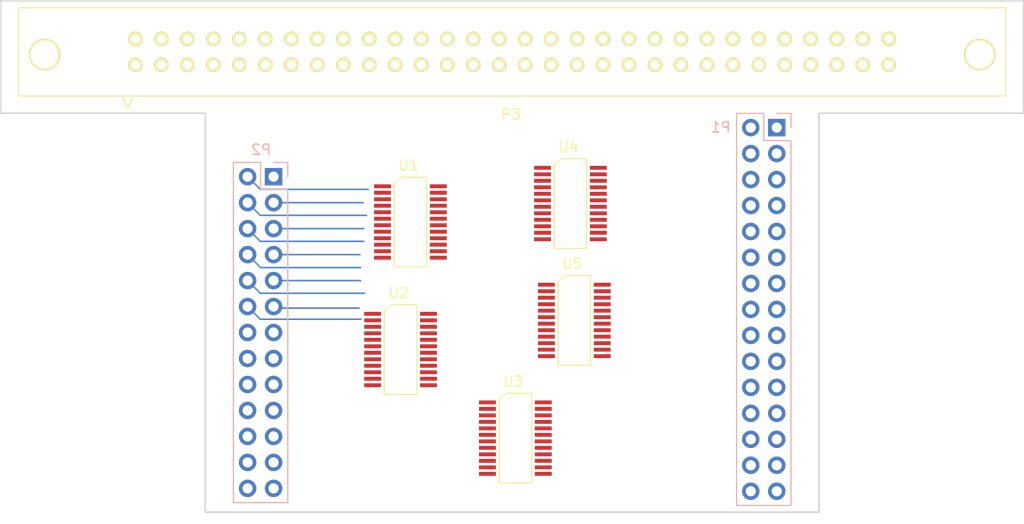
<source format=kicad_pcb>
(kicad_pcb (version 4) (host pcbnew 4.0.1-stable)

  (general
    (links 123)
    (no_connects 123)
    (area -50.075001 -19.075001 50.075001 20.075001)
    (thickness 1.6)
    (drawings 8)
    (tracks 23)
    (zones 0)
    (modules 8)
    (nets 109)
  )

  (page A4)
  (title_block
    (title "CSS118, Parking Meter PCB")
    (date 2016-07-25)
    (rev 7A)
    (company "Custom Silicon Solutions, Inc.")
  )

  (layers
    (0 F.Cu signal)
    (31 B.Cu signal)
    (32 B.Adhes user)
    (33 F.Adhes user)
    (34 B.Paste user)
    (35 F.Paste user)
    (36 B.SilkS user)
    (37 F.SilkS user)
    (38 B.Mask user)
    (39 F.Mask user)
    (40 Dwgs.User user)
    (41 Cmts.User user)
    (42 Eco1.User user)
    (43 Eco2.User user)
    (44 Edge.Cuts user)
    (45 Margin user)
    (46 B.CrtYd user)
    (47 F.CrtYd user)
    (48 B.Fab user)
    (49 F.Fab user)
  )

  (setup
    (last_trace_width 0.1524)
    (user_trace_width 0.1524)
    (user_trace_width 0.1778)
    (user_trace_width 0.254)
    (trace_clearance 0.1524)
    (zone_clearance 0.508)
    (zone_45_only no)
    (trace_min 0.1524)
    (segment_width 0.2)
    (edge_width 0.15)
    (via_size 0.6858)
    (via_drill 0.3302)
    (via_min_size 0.6858)
    (via_min_drill 0.3302)
    (user_via 0.6858 0.3302)
    (uvia_size 0.3)
    (uvia_drill 0.1)
    (uvias_allowed no)
    (uvia_min_size 0.2)
    (uvia_min_drill 0.1)
    (pcb_text_width 0.3)
    (pcb_text_size 1.5 1.5)
    (mod_edge_width 0.15)
    (mod_text_size 1 1)
    (mod_text_width 0.15)
    (pad_size 1.524 1.524)
    (pad_drill 0.762)
    (pad_to_mask_clearance 0.2)
    (aux_axis_origin 0 0)
    (visible_elements 7FFEF77F)
    (pcbplotparams
      (layerselection 0x010f0_80000001)
      (usegerberextensions true)
      (excludeedgelayer true)
      (linewidth 0.100000)
      (plotframeref false)
      (viasonmask false)
      (mode 1)
      (useauxorigin false)
      (hpglpennumber 1)
      (hpglpenspeed 20)
      (hpglpendiameter 15)
      (hpglpenoverlay 2)
      (psnegative false)
      (psa4output false)
      (plotreference true)
      (plotvalue true)
      (plotinvisibletext false)
      (padsonsilk false)
      (subtractmaskfromsilk false)
      (outputformat 1)
      (mirror false)
      (drillshape 0)
      (scaleselection 1)
      (outputdirectory project_outputs/))
  )

  (net 0 "")
  (net 1 /MID1)
  (net 2 /MID2)
  (net 3 /A1)
  (net 4 /A2)
  (net 5 /B1)
  (net 6 /B2)
  (net 7 /LED1)
  (net 8 GND)
  (net 9 /LED2)
  (net 10 /C1)
  (net 11 /C2)
  (net 12 /D1)
  (net 13 /D2)
  (net 14 /E1)
  (net 15 /E2)
  (net 16 /F1)
  (net 17 /F2)
  (net 18 /G1)
  (net 19 /G2)
  (net 20 /H1)
  (net 21 /H2)
  (net 22 /I1)
  (net 23 /I2)
  (net 24 /J1)
  (net 25 /J2)
  (net 26 /K1)
  (net 27 /K2)
  (net 28 /L1)
  (net 29 /L2)
  (net 30 /M1)
  (net 31 /M2)
  (net 32 /N1)
  (net 33 /N2)
  (net 34 /O1)
  (net 35 /O2)
  (net 36 /P1)
  (net 37 /P2)
  (net 38 /Q1)
  (net 39 /Q2)
  (net 40 /R1)
  (net 41 /R2)
  (net 42 /S1)
  (net 43 /S2)
  (net 44 /T1)
  (net 45 /T2)
  (net 46 /U1)
  (net 47 /U2)
  (net 48 /V1)
  (net 49 /V2)
  (net 50 /SDA)
  (net 51 /SCL)
  (net 52 /3V3)
  (net 53 "Net-(P2-Pad1)")
  (net 54 "Net-(P1-Pad1)")
  (net 55 "Net-(P2-Pad25)")
  (net 56 "Net-(P2-Pad26)")
  (net 57 /MID1_SW)
  (net 58 /MID2_SW)
  (net 59 /A1_SW)
  (net 60 /A2_SW)
  (net 61 /B1_SW)
  (net 62 /B2_SW)
  (net 63 /C1_SW)
  (net 64 /C2_SW)
  (net 65 /D1_SW)
  (net 66 /D2_SW)
  (net 67 /E1_SW)
  (net 68 /E2_SW)
  (net 69 /F1_SW)
  (net 70 /F2_SW)
  (net 71 /G1_SW)
  (net 72 /G2_SW)
  (net 73 /H1_SW)
  (net 74 /H2_SW)
  (net 75 /I1_SW)
  (net 76 /I2_SW)
  (net 77 /J1_SW)
  (net 78 /J2_SW)
  (net 79 /K1_SW)
  (net 80 /K2_SW)
  (net 81 /L1_SW)
  (net 82 /L2_SW)
  (net 83 /M1_SW)
  (net 84 /M2_SW)
  (net 85 /N1_SW)
  (net 86 /N2_SW)
  (net 87 /O1_SW)
  (net 88 /O2_SW)
  (net 89 /P1_SW)
  (net 90 /P2_SW)
  (net 91 /Q1_SW)
  (net 92 /Q2_SW)
  (net 93 /R1_SW)
  (net 94 /R2_SW)
  (net 95 /S1_SW)
  (net 96 /S2_SW)
  (net 97 /T1_SW)
  (net 98 /T2_SW)
  (net 99 /U1_SW)
  (net 100 /U2_SW)
  (net 101 /V1_SW)
  (net 102 /V2_SW)
  (net 103 /LED1_SW)
  (net 104 /LED2_SW)
  (net 105 /SDA_SW)
  (net 106 /SCL_SW)
  (net 107 /5V)
  (net 108 /CTL)

  (net_class Default "This is the default net class."
    (clearance 0.1524)
    (trace_width 0.1524)
    (via_dia 0.6858)
    (via_drill 0.3302)
    (uvia_dia 0.3)
    (uvia_drill 0.1)
    (add_net /3V3)
    (add_net /5V)
    (add_net /A1)
    (add_net /A1_SW)
    (add_net /A2)
    (add_net /A2_SW)
    (add_net /B1)
    (add_net /B1_SW)
    (add_net /B2)
    (add_net /B2_SW)
    (add_net /C1)
    (add_net /C1_SW)
    (add_net /C2)
    (add_net /C2_SW)
    (add_net /CTL)
    (add_net /D1)
    (add_net /D1_SW)
    (add_net /D2)
    (add_net /D2_SW)
    (add_net /E1)
    (add_net /E1_SW)
    (add_net /E2)
    (add_net /E2_SW)
    (add_net /F1)
    (add_net /F1_SW)
    (add_net /F2)
    (add_net /F2_SW)
    (add_net /G1)
    (add_net /G1_SW)
    (add_net /G2)
    (add_net /G2_SW)
    (add_net /H1)
    (add_net /H1_SW)
    (add_net /H2)
    (add_net /H2_SW)
    (add_net /I1)
    (add_net /I1_SW)
    (add_net /I2)
    (add_net /I2_SW)
    (add_net /J1)
    (add_net /J1_SW)
    (add_net /J2)
    (add_net /J2_SW)
    (add_net /K1)
    (add_net /K1_SW)
    (add_net /K2)
    (add_net /K2_SW)
    (add_net /L1)
    (add_net /L1_SW)
    (add_net /L2)
    (add_net /L2_SW)
    (add_net /LED1)
    (add_net /LED1_SW)
    (add_net /LED2)
    (add_net /LED2_SW)
    (add_net /M1)
    (add_net /M1_SW)
    (add_net /M2)
    (add_net /M2_SW)
    (add_net /MID1)
    (add_net /MID1_SW)
    (add_net /MID2)
    (add_net /MID2_SW)
    (add_net /N1)
    (add_net /N1_SW)
    (add_net /N2)
    (add_net /N2_SW)
    (add_net /O1)
    (add_net /O1_SW)
    (add_net /O2)
    (add_net /O2_SW)
    (add_net /P1)
    (add_net /P1_SW)
    (add_net /P2)
    (add_net /P2_SW)
    (add_net /Q1)
    (add_net /Q1_SW)
    (add_net /Q2)
    (add_net /Q2_SW)
    (add_net /R1)
    (add_net /R1_SW)
    (add_net /R2)
    (add_net /R2_SW)
    (add_net /S1)
    (add_net /S1_SW)
    (add_net /S2)
    (add_net /S2_SW)
    (add_net /SCL)
    (add_net /SCL_SW)
    (add_net /SDA)
    (add_net /SDA_SW)
    (add_net /T1)
    (add_net /T1_SW)
    (add_net /T2)
    (add_net /T2_SW)
    (add_net /U1)
    (add_net /U1_SW)
    (add_net /U2)
    (add_net /U2_SW)
    (add_net /V1)
    (add_net /V1_SW)
    (add_net /V2)
    (add_net /V2_SW)
    (add_net GND)
    (add_net "Net-(P1-Pad1)")
    (add_net "Net-(P2-Pad1)")
    (add_net "Net-(P2-Pad25)")
    (add_net "Net-(P2-Pad26)")
  )

  (module Pin_Header_Straight_2x15_Pitch2.54mm (layer B.Cu) (tedit 589A9CD3) (tstamp 588AEAED)
    (at 24.605 0.18 180)
    (descr "Through hole straight pin header, 2x15, 2.54mm pitch, double rows")
    (tags "Through hole pin header THT 2x15 2.54mm double row")
    (path /588CBED8)
    (fp_text reference P1 (at 4.2088 17.8076 180) (layer B.SilkS)
      (effects (font (size 1 1) (thickness 0.15)) (justify mirror))
    )
    (fp_text value CONN_02X15 (at 0 -20.17 180) (layer B.Fab)
      (effects (font (size 1 1) (thickness 0.15)) (justify mirror))
    )
    (fp_line (start -2.54 19.05) (end -2.54 -19.05) (layer B.Fab) (width 0.1))
    (fp_line (start -2.54 -19.05) (end 2.54 -19.05) (layer B.Fab) (width 0.1))
    (fp_line (start 2.54 -19.05) (end 2.54 19.05) (layer B.Fab) (width 0.1))
    (fp_line (start 2.54 19.05) (end -2.54 19.05) (layer B.Fab) (width 0.1))
    (fp_line (start -2.66 16.51) (end -2.66 -19.17) (layer B.SilkS) (width 0.12))
    (fp_line (start -2.66 -19.17) (end 2.66 -19.17) (layer B.SilkS) (width 0.12))
    (fp_line (start 2.66 -19.17) (end 2.66 19.17) (layer B.SilkS) (width 0.12))
    (fp_line (start 2.66 19.17) (end 0 19.17) (layer B.SilkS) (width 0.12))
    (fp_line (start 0 19.17) (end 0 16.51) (layer B.SilkS) (width 0.12))
    (fp_line (start 0 16.51) (end -2.66 16.51) (layer B.SilkS) (width 0.12))
    (fp_line (start -2.66 17.78) (end -2.66 19.17) (layer B.SilkS) (width 0.12))
    (fp_line (start -2.66 19.17) (end -1.27 19.17) (layer B.SilkS) (width 0.12))
    (fp_line (start -2.87 19.38) (end -2.87 -19.32) (layer B.CrtYd) (width 0.05))
    (fp_line (start -2.87 -19.32) (end 2.83 -19.32) (layer B.CrtYd) (width 0.05))
    (fp_line (start 2.83 -19.32) (end 2.83 19.38) (layer B.CrtYd) (width 0.05))
    (fp_line (start 2.83 19.38) (end -2.87 19.38) (layer B.CrtYd) (width 0.05))
    (pad 1 thru_hole rect (at -1.27 17.78 180) (size 1.7 1.7) (drill 1) (layers *.Cu *.Mask)
      (net 54 "Net-(P1-Pad1)"))
    (pad 2 thru_hole oval (at 1.27 17.78 180) (size 1.7 1.7) (drill 1) (layers *.Cu *.Mask)
      (net 2 /MID2))
    (pad 3 thru_hole oval (at -1.27 15.24 180) (size 1.7 1.7) (drill 1) (layers *.Cu *.Mask)
      (net 29 /L2))
    (pad 4 thru_hole oval (at 1.27 15.24 180) (size 1.7 1.7) (drill 1) (layers *.Cu *.Mask)
      (net 28 /L1))
    (pad 5 thru_hole oval (at -1.27 12.7 180) (size 1.7 1.7) (drill 1) (layers *.Cu *.Mask)
      (net 31 /M2))
    (pad 6 thru_hole oval (at 1.27 12.7 180) (size 1.7 1.7) (drill 1) (layers *.Cu *.Mask)
      (net 30 /M1))
    (pad 7 thru_hole oval (at -1.27 10.16 180) (size 1.7 1.7) (drill 1) (layers *.Cu *.Mask)
      (net 33 /N2))
    (pad 8 thru_hole oval (at 1.27 10.16 180) (size 1.7 1.7) (drill 1) (layers *.Cu *.Mask)
      (net 32 /N1))
    (pad 9 thru_hole oval (at -1.27 7.62 180) (size 1.7 1.7) (drill 1) (layers *.Cu *.Mask)
      (net 35 /O2))
    (pad 10 thru_hole oval (at 1.27 7.62 180) (size 1.7 1.7) (drill 1) (layers *.Cu *.Mask)
      (net 34 /O1))
    (pad 11 thru_hole oval (at -1.27 5.08 180) (size 1.7 1.7) (drill 1) (layers *.Cu *.Mask)
      (net 37 /P2))
    (pad 12 thru_hole oval (at 1.27 5.08 180) (size 1.7 1.7) (drill 1) (layers *.Cu *.Mask)
      (net 36 /P1))
    (pad 13 thru_hole oval (at -1.27 2.54 180) (size 1.7 1.7) (drill 1) (layers *.Cu *.Mask)
      (net 39 /Q2))
    (pad 14 thru_hole oval (at 1.27 2.54 180) (size 1.7 1.7) (drill 1) (layers *.Cu *.Mask)
      (net 38 /Q1))
    (pad 15 thru_hole oval (at -1.27 0 180) (size 1.7 1.7) (drill 1) (layers *.Cu *.Mask)
      (net 41 /R2))
    (pad 16 thru_hole oval (at 1.27 0 180) (size 1.7 1.7) (drill 1) (layers *.Cu *.Mask)
      (net 40 /R1))
    (pad 17 thru_hole oval (at -1.27 -2.54 180) (size 1.7 1.7) (drill 1) (layers *.Cu *.Mask)
      (net 43 /S2))
    (pad 18 thru_hole oval (at 1.27 -2.54 180) (size 1.7 1.7) (drill 1) (layers *.Cu *.Mask)
      (net 42 /S1))
    (pad 19 thru_hole oval (at -1.27 -5.08 180) (size 1.7 1.7) (drill 1) (layers *.Cu *.Mask)
      (net 45 /T2))
    (pad 20 thru_hole oval (at 1.27 -5.08 180) (size 1.7 1.7) (drill 1) (layers *.Cu *.Mask)
      (net 44 /T1))
    (pad 21 thru_hole oval (at -1.27 -7.62 180) (size 1.7 1.7) (drill 1) (layers *.Cu *.Mask)
      (net 47 /U2))
    (pad 22 thru_hole oval (at 1.27 -7.62 180) (size 1.7 1.7) (drill 1) (layers *.Cu *.Mask)
      (net 46 /U1))
    (pad 23 thru_hole oval (at -1.27 -10.16 180) (size 1.7 1.7) (drill 1) (layers *.Cu *.Mask)
      (net 49 /V2))
    (pad 24 thru_hole oval (at 1.27 -10.16 180) (size 1.7 1.7) (drill 1) (layers *.Cu *.Mask)
      (net 48 /V1))
    (pad 25 thru_hole oval (at -1.27 -12.7 180) (size 1.7 1.7) (drill 1) (layers *.Cu *.Mask)
      (net 9 /LED2))
    (pad 26 thru_hole oval (at 1.27 -12.7 180) (size 1.7 1.7) (drill 1) (layers *.Cu *.Mask)
      (net 52 /3V3))
    (pad 27 thru_hole oval (at -1.27 -15.24 180) (size 1.7 1.7) (drill 1) (layers *.Cu *.Mask)
      (net 50 /SDA))
    (pad 28 thru_hole oval (at 1.27 -15.24 180) (size 1.7 1.7) (drill 1) (layers *.Cu *.Mask)
      (net 7 /LED1))
    (pad 29 thru_hole oval (at -1.27 -17.78 180) (size 1.7 1.7) (drill 1) (layers *.Cu *.Mask)
      (net 8 GND))
    (pad 30 thru_hole oval (at 1.27 -17.78 180) (size 1.7 1.7) (drill 1) (layers *.Cu *.Mask)
      (net 51 /SCL))
    (model Pin_Headers.3dshapes/Pin_Header_Straight_2x15_Pitch2.54mm.wrl
      (at (xyz 0.05 -0.7 0))
      (scale (xyz 1 1 1))
      (rotate (xyz 0 0 90))
    )
  )

  (module footprints_on_Cdrive:Pin_Header_Straight_2x13_Pitch2.54mm (layer B.Cu) (tedit 589AA5E4) (tstamp 588AEB1B)
    (at -24.595 2.44 180)
    (descr "Through hole straight pin header, 2x13, 2.54mm pitch, double rows")
    (tags "Through hole pin header THT 2x13 2.54mm double row")
    (path /588CBEDF)
    (fp_text reference P2 (at -0.0586 17.8832 180) (layer B.SilkS)
      (effects (font (size 1 1) (thickness 0.15)) (justify mirror))
    )
    (fp_text value CONN_02X13 (at 0 -17.63 180) (layer B.Fab)
      (effects (font (size 1 1) (thickness 0.15)) (justify mirror))
    )
    (fp_line (start -2.54 16.51) (end -2.54 -16.51) (layer B.Fab) (width 0.1))
    (fp_line (start -2.54 -16.51) (end 2.54 -16.51) (layer B.Fab) (width 0.1))
    (fp_line (start 2.54 -16.51) (end 2.54 16.51) (layer B.Fab) (width 0.1))
    (fp_line (start 2.54 16.51) (end -2.54 16.51) (layer B.Fab) (width 0.1))
    (fp_line (start -2.66 13.97) (end -2.66 -16.63) (layer B.SilkS) (width 0.12))
    (fp_line (start -2.66 -16.63) (end 2.66 -16.63) (layer B.SilkS) (width 0.12))
    (fp_line (start 2.66 -16.63) (end 2.66 16.63) (layer B.SilkS) (width 0.12))
    (fp_line (start 2.66 16.63) (end 0 16.63) (layer B.SilkS) (width 0.12))
    (fp_line (start 0 16.63) (end 0 13.97) (layer B.SilkS) (width 0.12))
    (fp_line (start 0 13.97) (end -2.66 13.97) (layer B.SilkS) (width 0.12))
    (fp_line (start -2.66 15.24) (end -2.66 16.63) (layer B.SilkS) (width 0.12))
    (fp_line (start -2.66 16.63) (end -1.27 16.63) (layer B.SilkS) (width 0.12))
    (fp_line (start -2.87 16.84) (end -2.87 -16.76) (layer B.CrtYd) (width 0.05))
    (fp_line (start -2.87 -16.76) (end 2.83 -16.76) (layer B.CrtYd) (width 0.05))
    (fp_line (start 2.83 -16.76) (end 2.83 16.84) (layer B.CrtYd) (width 0.05))
    (fp_line (start 2.83 16.84) (end -2.87 16.84) (layer B.CrtYd) (width 0.05))
    (pad 1 thru_hole rect (at -1.27 15.24 180) (size 1.7 1.7) (drill 1) (layers *.Cu *.Mask)
      (net 53 "Net-(P2-Pad1)"))
    (pad 2 thru_hole oval (at 1.27 15.24 180) (size 1.7 1.7) (drill 1) (layers *.Cu *.Mask)
      (net 1 /MID1))
    (pad 3 thru_hole oval (at -1.27 12.7 180) (size 1.7 1.7) (drill 1) (layers *.Cu *.Mask)
      (net 4 /A2))
    (pad 4 thru_hole oval (at 1.27 12.7 180) (size 1.7 1.7) (drill 1) (layers *.Cu *.Mask)
      (net 3 /A1))
    (pad 5 thru_hole oval (at -1.27 10.16 180) (size 1.7 1.7) (drill 1) (layers *.Cu *.Mask)
      (net 6 /B2))
    (pad 6 thru_hole oval (at 1.27 10.16 180) (size 1.7 1.7) (drill 1) (layers *.Cu *.Mask)
      (net 5 /B1))
    (pad 7 thru_hole oval (at -1.27 7.62 180) (size 1.7 1.7) (drill 1) (layers *.Cu *.Mask)
      (net 11 /C2))
    (pad 8 thru_hole oval (at 1.27 7.62 180) (size 1.7 1.7) (drill 1) (layers *.Cu *.Mask)
      (net 10 /C1))
    (pad 9 thru_hole oval (at -1.27 5.08 180) (size 1.7 1.7) (drill 1) (layers *.Cu *.Mask)
      (net 13 /D2))
    (pad 10 thru_hole oval (at 1.27 5.08 180) (size 1.7 1.7) (drill 1) (layers *.Cu *.Mask)
      (net 12 /D1))
    (pad 11 thru_hole oval (at -1.27 2.54 180) (size 1.7 1.7) (drill 1) (layers *.Cu *.Mask)
      (net 15 /E2))
    (pad 12 thru_hole oval (at 1.27 2.54 180) (size 1.7 1.7) (drill 1) (layers *.Cu *.Mask)
      (net 14 /E1))
    (pad 13 thru_hole oval (at -1.27 0 180) (size 1.7 1.7) (drill 1) (layers *.Cu *.Mask)
      (net 17 /F2))
    (pad 14 thru_hole oval (at 1.27 0 180) (size 1.7 1.7) (drill 1) (layers *.Cu *.Mask)
      (net 16 /F1))
    (pad 15 thru_hole oval (at -1.27 -2.54 180) (size 1.7 1.7) (drill 1) (layers *.Cu *.Mask)
      (net 19 /G2))
    (pad 16 thru_hole oval (at 1.27 -2.54 180) (size 1.7 1.7) (drill 1) (layers *.Cu *.Mask)
      (net 18 /G1))
    (pad 17 thru_hole oval (at -1.27 -5.08 180) (size 1.7 1.7) (drill 1) (layers *.Cu *.Mask)
      (net 21 /H2))
    (pad 18 thru_hole oval (at 1.27 -5.08 180) (size 1.7 1.7) (drill 1) (layers *.Cu *.Mask)
      (net 20 /H1))
    (pad 19 thru_hole oval (at -1.27 -7.62 180) (size 1.7 1.7) (drill 1) (layers *.Cu *.Mask)
      (net 23 /I2))
    (pad 20 thru_hole oval (at 1.27 -7.62 180) (size 1.7 1.7) (drill 1) (layers *.Cu *.Mask)
      (net 22 /I1))
    (pad 21 thru_hole oval (at -1.27 -10.16 180) (size 1.7 1.7) (drill 1) (layers *.Cu *.Mask)
      (net 25 /J2))
    (pad 22 thru_hole oval (at 1.27 -10.16 180) (size 1.7 1.7) (drill 1) (layers *.Cu *.Mask)
      (net 24 /J1))
    (pad 23 thru_hole oval (at -1.27 -12.7 180) (size 1.7 1.7) (drill 1) (layers *.Cu *.Mask)
      (net 27 /K2))
    (pad 24 thru_hole oval (at 1.27 -12.7 180) (size 1.7 1.7) (drill 1) (layers *.Cu *.Mask)
      (net 26 /K1))
    (pad 25 thru_hole oval (at -1.27 -15.24 180) (size 1.7 1.7) (drill 1) (layers *.Cu *.Mask)
      (net 55 "Net-(P2-Pad25)"))
    (pad 26 thru_hole oval (at 1.27 -15.24 180) (size 1.7 1.7) (drill 1) (layers *.Cu *.Mask)
      (net 56 "Net-(P2-Pad26)"))
    (model Pin_Headers.3dshapes/Pin_Header_Straight_2x13_Pitch2.54mm.wrl
      (at (xyz 0.05 -0.6 0))
      (scale (xyz 1 1 1))
      (rotate (xyz 0 0 90))
    )
  )

  (module footprints_on_Cdrive:HDR_2x30_F_latch (layer F.Cu) (tedit 589A9C3C) (tstamp 589BF933)
    (at 0 -25)
    (path /589B12C3)
    (fp_text reference P3 (at -0.1016 6.1024) (layer F.SilkS)
      (effects (font (size 1 1) (thickness 0.15)))
    )
    (fp_text value CONN_02X30 (at 0.508 8.89) (layer F.Fab)
      (effects (font (size 1 1) (thickness 0.15)))
    )
    (fp_line (start -38.1 4.318) (end -37.592 5.588) (layer F.SilkS) (width 0.12))
    (fp_line (start -37.592 5.588) (end -37.084 4.318) (layer F.SilkS) (width 0.12))
    (fp_line (start -48.26 0) (end -48.26 -4.318) (layer F.SilkS) (width 0.12))
    (fp_line (start -48.26 -4.318) (end 48.26 -4.318) (layer F.SilkS) (width 0.12))
    (fp_line (start 48.26 -4.318) (end 48.26 4.318) (layer F.SilkS) (width 0.12))
    (fp_line (start 48.26 4.318) (end -48.26 4.318) (layer F.SilkS) (width 0.12))
    (fp_line (start -48.26 4.318) (end -48.26 0) (layer F.SilkS) (width 0.12))
    (pad 1 thru_hole circle (at -36.83 1.27) (size 1.397 1.397) (drill 0.889) (layers *.Cu *.Mask F.SilkS)
      (net 57 /MID1_SW))
    (pad 2 thru_hole circle (at -36.83 -1.27) (size 1.397 1.397) (drill 0.889) (layers *.Cu *.Mask F.SilkS)
      (net 58 /MID2_SW))
    (pad 3 thru_hole circle (at -34.29 1.27) (size 1.397 1.397) (drill 0.889) (layers *.Cu *.Mask F.SilkS)
      (net 59 /A1_SW))
    (pad 4 thru_hole circle (at -34.29 -1.27) (size 1.397 1.397) (drill 0.889) (layers *.Cu *.Mask F.SilkS)
      (net 60 /A2_SW))
    (pad 5 thru_hole circle (at -31.75 1.27) (size 1.397 1.397) (drill 0.889) (layers *.Cu *.Mask F.SilkS)
      (net 61 /B1_SW))
    (pad 6 thru_hole circle (at -31.75 -1.27) (size 1.397 1.397) (drill 0.889) (layers *.Cu *.Mask F.SilkS)
      (net 62 /B2_SW))
    (pad 7 thru_hole circle (at -29.21 1.27) (size 1.397 1.397) (drill 0.889) (layers *.Cu *.Mask F.SilkS)
      (net 63 /C1_SW))
    (pad 8 thru_hole circle (at -29.21 -1.27) (size 1.397 1.397) (drill 0.889) (layers *.Cu *.Mask F.SilkS)
      (net 64 /C2_SW))
    (pad 9 thru_hole circle (at -26.67 1.27) (size 1.397 1.397) (drill 0.889) (layers *.Cu *.Mask F.SilkS)
      (net 65 /D1_SW))
    (pad 10 thru_hole circle (at -26.67 -1.27) (size 1.397 1.397) (drill 0.889) (layers *.Cu *.Mask F.SilkS)
      (net 66 /D2_SW))
    (pad 11 thru_hole circle (at -24.13 1.27) (size 1.397 1.397) (drill 0.889) (layers *.Cu *.Mask F.SilkS)
      (net 67 /E1_SW))
    (pad 12 thru_hole circle (at -24.13 -1.27) (size 1.397 1.397) (drill 0.889) (layers *.Cu *.Mask F.SilkS)
      (net 68 /E2_SW))
    (pad 13 thru_hole circle (at -21.59 1.27) (size 1.397 1.397) (drill 0.889) (layers *.Cu *.Mask F.SilkS)
      (net 69 /F1_SW))
    (pad 14 thru_hole circle (at -21.59 -1.27) (size 1.397 1.397) (drill 0.889) (layers *.Cu *.Mask F.SilkS)
      (net 70 /F2_SW))
    (pad 15 thru_hole circle (at -19.05 1.27) (size 1.397 1.397) (drill 0.889) (layers *.Cu *.Mask F.SilkS)
      (net 71 /G1_SW))
    (pad 16 thru_hole circle (at -19.05 -1.27) (size 1.397 1.397) (drill 0.889) (layers *.Cu *.Mask F.SilkS)
      (net 72 /G2_SW))
    (pad 17 thru_hole circle (at -16.51 1.27) (size 1.397 1.397) (drill 0.889) (layers *.Cu *.Mask F.SilkS)
      (net 73 /H1_SW))
    (pad 18 thru_hole circle (at -16.51 -1.27) (size 1.397 1.397) (drill 0.889) (layers *.Cu *.Mask F.SilkS)
      (net 74 /H2_SW))
    (pad 19 thru_hole circle (at -13.97 1.27) (size 1.397 1.397) (drill 0.889) (layers *.Cu *.Mask F.SilkS)
      (net 75 /I1_SW))
    (pad 20 thru_hole circle (at -13.97 -1.27) (size 1.397 1.397) (drill 0.889) (layers *.Cu *.Mask F.SilkS)
      (net 76 /I2_SW))
    (pad 21 thru_hole circle (at -11.43 1.27) (size 1.397 1.397) (drill 0.889) (layers *.Cu *.Mask F.SilkS)
      (net 77 /J1_SW))
    (pad 22 thru_hole circle (at -11.43 -1.27) (size 1.397 1.397) (drill 0.889) (layers *.Cu *.Mask F.SilkS)
      (net 78 /J2_SW))
    (pad 23 thru_hole circle (at -8.89 1.27) (size 1.397 1.397) (drill 0.889) (layers *.Cu *.Mask F.SilkS)
      (net 79 /K1_SW))
    (pad 24 thru_hole circle (at -8.89 -1.27) (size 1.397 1.397) (drill 0.889) (layers *.Cu *.Mask F.SilkS)
      (net 80 /K2_SW))
    (pad 25 thru_hole circle (at -6.35 1.27) (size 1.397 1.397) (drill 0.889) (layers *.Cu *.Mask F.SilkS)
      (net 81 /L1_SW))
    (pad 26 thru_hole circle (at -6.35 -1.27) (size 1.397 1.397) (drill 0.889) (layers *.Cu *.Mask F.SilkS)
      (net 82 /L2_SW))
    (pad 27 thru_hole circle (at -3.81 1.27) (size 1.397 1.397) (drill 0.889) (layers *.Cu *.Mask F.SilkS)
      (net 83 /M1_SW))
    (pad 28 thru_hole circle (at -3.81 -1.27) (size 1.397 1.397) (drill 0.889) (layers *.Cu *.Mask F.SilkS)
      (net 84 /M2_SW))
    (pad 29 thru_hole circle (at -1.27 1.27) (size 1.397 1.397) (drill 0.889) (layers *.Cu *.Mask F.SilkS)
      (net 85 /N1_SW))
    (pad 30 thru_hole circle (at -1.27 -1.27) (size 1.397 1.397) (drill 0.889) (layers *.Cu *.Mask F.SilkS)
      (net 86 /N2_SW))
    (pad 31 thru_hole circle (at 1.27 1.27) (size 1.397 1.397) (drill 0.889) (layers *.Cu *.Mask F.SilkS)
      (net 87 /O1_SW))
    (pad 32 thru_hole circle (at 1.27 -1.27) (size 1.397 1.397) (drill 0.889) (layers *.Cu *.Mask F.SilkS)
      (net 88 /O2_SW))
    (pad 33 thru_hole circle (at 3.81 1.27) (size 1.397 1.397) (drill 0.889) (layers *.Cu *.Mask F.SilkS)
      (net 89 /P1_SW))
    (pad 34 thru_hole circle (at 3.81 -1.27) (size 1.397 1.397) (drill 0.889) (layers *.Cu *.Mask F.SilkS)
      (net 90 /P2_SW))
    (pad 35 thru_hole circle (at 6.35 1.27) (size 1.397 1.397) (drill 0.889) (layers *.Cu *.Mask F.SilkS)
      (net 91 /Q1_SW))
    (pad 36 thru_hole circle (at 6.35 -1.27) (size 1.397 1.397) (drill 0.889) (layers *.Cu *.Mask F.SilkS)
      (net 92 /Q2_SW))
    (pad 37 thru_hole circle (at 8.89 1.27) (size 1.397 1.397) (drill 0.889) (layers *.Cu *.Mask F.SilkS)
      (net 93 /R1_SW))
    (pad 38 thru_hole circle (at 8.89 -1.27) (size 1.397 1.397) (drill 0.889) (layers *.Cu *.Mask F.SilkS)
      (net 94 /R2_SW))
    (pad 39 thru_hole circle (at 11.43 1.27) (size 1.397 1.397) (drill 0.889) (layers *.Cu *.Mask F.SilkS)
      (net 95 /S1_SW))
    (pad 40 thru_hole circle (at 11.43 -1.27) (size 1.397 1.397) (drill 0.889) (layers *.Cu *.Mask F.SilkS)
      (net 96 /S2_SW))
    (pad 41 thru_hole circle (at 13.97 1.27) (size 1.397 1.397) (drill 0.889) (layers *.Cu *.Mask F.SilkS)
      (net 97 /T1_SW))
    (pad 42 thru_hole circle (at 13.97 -1.27) (size 1.397 1.397) (drill 0.889) (layers *.Cu *.Mask F.SilkS)
      (net 98 /T2_SW))
    (pad 43 thru_hole circle (at 16.51 1.27) (size 1.397 1.397) (drill 0.889) (layers *.Cu *.Mask F.SilkS)
      (net 99 /U1_SW))
    (pad 44 thru_hole circle (at 16.51 -1.27) (size 1.397 1.397) (drill 0.889) (layers *.Cu *.Mask F.SilkS)
      (net 100 /U2_SW))
    (pad 45 thru_hole circle (at 19.05 1.27) (size 1.397 1.397) (drill 0.889) (layers *.Cu *.Mask F.SilkS)
      (net 101 /V1_SW))
    (pad 46 thru_hole circle (at 19.05 -1.27) (size 1.397 1.397) (drill 0.889) (layers *.Cu *.Mask F.SilkS)
      (net 102 /V2_SW))
    (pad 47 thru_hole circle (at 21.59 1.27) (size 1.397 1.397) (drill 0.889) (layers *.Cu *.Mask F.SilkS)
      (net 103 /LED1_SW))
    (pad 48 thru_hole circle (at 21.59 -1.27) (size 1.397 1.397) (drill 0.889) (layers *.Cu *.Mask F.SilkS)
      (net 104 /LED2_SW))
    (pad 49 thru_hole circle (at 24.13 1.27) (size 1.397 1.397) (drill 0.889) (layers *.Cu *.Mask F.SilkS)
      (net 105 /SDA_SW))
    (pad 50 thru_hole circle (at 24.13 -1.27) (size 1.397 1.397) (drill 0.889) (layers *.Cu *.Mask F.SilkS)
      (net 106 /SCL_SW))
    (pad 51 thru_hole circle (at 26.67 1.27) (size 1.397 1.397) (drill 0.889) (layers *.Cu *.Mask F.SilkS)
      (net 107 /5V))
    (pad 52 thru_hole circle (at 26.67 -1.27) (size 1.397 1.397) (drill 0.889) (layers *.Cu *.Mask F.SilkS)
      (net 107 /5V))
    (pad 53 thru_hole circle (at 29.21 1.27) (size 1.397 1.397) (drill 0.889) (layers *.Cu *.Mask F.SilkS)
      (net 107 /5V))
    (pad 54 thru_hole circle (at 29.21 -1.27) (size 1.397 1.397) (drill 0.889) (layers *.Cu *.Mask F.SilkS)
      (net 52 /3V3))
    (pad 55 thru_hole circle (at 31.75 1.27) (size 1.397 1.397) (drill 0.889) (layers *.Cu *.Mask F.SilkS)
      (net 52 /3V3))
    (pad 56 thru_hole circle (at 31.75 -1.27) (size 1.397 1.397) (drill 0.889) (layers *.Cu *.Mask F.SilkS)
      (net 52 /3V3))
    (pad 57 thru_hole circle (at 34.29 1.27) (size 1.397 1.397) (drill 0.889) (layers *.Cu *.Mask F.SilkS)
      (net 108 /CTL))
    (pad 58 thru_hole circle (at 34.29 -1.27) (size 1.397 1.397) (drill 0.889) (layers *.Cu *.Mask F.SilkS)
      (net 8 GND))
    (pad 59 thru_hole circle (at 36.83 1.27) (size 1.397 1.397) (drill 0.889) (layers *.Cu *.Mask F.SilkS)
      (net 8 GND))
    (pad 60 thru_hole circle (at 36.83 -1.27) (size 1.397 1.397) (drill 0.889) (layers *.Cu *.Mask F.SilkS)
      (net 8 GND))
    (pad 0 thru_hole circle (at 45.72 0.254) (size 3.048 3.048) (drill 2.6924) (layers *.Cu *.Mask F.SilkS))
    (pad 0 thru_hole circle (at -45.72 0.254) (size 3.048 3.048) (drill 2.6924) (layers *.Cu *.Mask F.SilkS))
  )

  (module footprints_on_Cdrive:QSOP-24 (layer F.Cu) (tedit 589A9346) (tstamp 589BF956)
    (at -13.6398 0.6096 270)
    (path /589995C3)
    (fp_text reference U2 (at -2.032 -2.54 360) (layer F.SilkS)
      (effects (font (size 1 1) (thickness 0.15)))
    )
    (fp_text value QS4A110 (at 9.144 -2.54 360) (layer F.Fab)
      (effects (font (size 1 1) (thickness 0.15)))
    )
    (fp_line (start -0.889 -4.318) (end -0.635 -4.318) (layer F.SilkS) (width 0.12))
    (fp_line (start -0.889 -4.318) (end -0.889 -1.905) (layer F.SilkS) (width 0.12))
    (fp_line (start -0.889 -1.905) (end -0.381 -1.143) (layer F.SilkS) (width 0.12))
    (fp_line (start -0.381 -1.143) (end 7.874 -1.143) (layer F.SilkS) (width 0.12))
    (fp_line (start -0.127 -1.143) (end 7.874 -1.143) (layer F.SilkS) (width 0.12))
    (fp_line (start -0.635 -4.318) (end 7.874 -4.318) (layer F.SilkS) (width 0.12))
    (fp_line (start 7.874 -4.318) (end 7.874 -1.143) (layer F.SilkS) (width 0.12))
    (pad 1 smd rect (at 0 0 270) (size 0.381 1.651) (layers F.Cu F.Paste F.Mask)
      (net 108 /CTL))
    (pad 2 smd rect (at 0.635 0 270) (size 0.381 1.651) (layers F.Cu F.Paste F.Mask)
      (net 67 /E1_SW))
    (pad 3 smd rect (at 1.27 0 270) (size 0.381 1.651) (layers F.Cu F.Paste F.Mask)
      (net 14 /E1))
    (pad 4 smd rect (at 1.905 0 270) (size 0.381 1.651) (layers F.Cu F.Paste F.Mask)
      (net 15 /E2))
    (pad 5 smd rect (at 2.54 0 270) (size 0.381 1.651) (layers F.Cu F.Paste F.Mask)
      (net 72 /G2_SW))
    (pad 6 smd rect (at 3.175 0 270) (size 0.381 1.651) (layers F.Cu F.Paste F.Mask)
      (net 69 /F1_SW))
    (pad 7 smd rect (at 3.81 0 270) (size 0.381 1.651) (layers F.Cu F.Paste F.Mask)
      (net 16 /F1))
    (pad 8 smd rect (at 4.445 0 270) (size 0.381 1.651) (layers F.Cu F.Paste F.Mask)
      (net 17 /F2))
    (pad 9 smd rect (at 5.08 0 270) (size 0.381 1.651) (layers F.Cu F.Paste F.Mask)
      (net 70 /F2_SW))
    (pad 10 smd rect (at 5.715 0 270) (size 0.381 1.651) (layers F.Cu F.Paste F.Mask)
      (net 71 /G1_SW))
    (pad 11 smd rect (at 6.35 0 270) (size 0.381 1.651) (layers F.Cu F.Paste F.Mask)
      (net 18 /G1))
    (pad 12 smd rect (at 6.985 0 270) (size 0.381 1.651) (layers F.Cu F.Paste F.Mask)
      (net 8 GND))
    (pad 13 smd rect (at 6.985 -5.461 270) (size 0.381 1.651) (layers F.Cu F.Paste F.Mask)
      (net 108 /CTL))
    (pad 14 smd rect (at 6.35 -5.461 270) (size 0.381 1.651) (layers F.Cu F.Paste F.Mask)
      (net 19 /G2))
    (pad 15 smd rect (at 5.715 -5.461 270) (size 0.381 1.651) (layers F.Cu F.Paste F.Mask))
    (pad 16 smd rect (at 5.08 -5.461 270) (size 0.381 1.651) (layers F.Cu F.Paste F.Mask)
      (net 73 /H1_SW))
    (pad 17 smd rect (at 4.445 -5.461 270) (size 0.381 1.651) (layers F.Cu F.Paste F.Mask)
      (net 20 /H1))
    (pad 18 smd rect (at 3.81 -5.461 270) (size 0.381 1.651) (layers F.Cu F.Paste F.Mask)
      (net 21 /H2))
    (pad 19 smd rect (at 3.175 -5.461 270) (size 0.381 1.651) (layers F.Cu F.Paste F.Mask)
      (net 74 /H2_SW))
    (pad 20 smd rect (at 2.54 -5.461 270) (size 0.381 1.651) (layers F.Cu F.Paste F.Mask)
      (net 75 /I1_SW))
    (pad 21 smd rect (at 1.905 -5.461 270) (size 0.381 1.651) (layers F.Cu F.Paste F.Mask)
      (net 22 /I1))
    (pad 22 smd rect (at 1.27 -5.461 270) (size 0.381 1.651) (layers F.Cu F.Paste F.Mask)
      (net 23 /I2))
    (pad 23 smd rect (at 0.635 -5.461 270) (size 0.381 1.651) (layers F.Cu F.Paste F.Mask)
      (net 76 /I2_SW))
    (pad 24 smd rect (at 0 -5.461 270) (size 0.381 1.651) (layers F.Cu F.Paste F.Mask)
      (net 107 /5V))
  )

  (module footprints_on_Cdrive:QSOP-24 (layer F.Cu) (tedit 589A9346) (tstamp 589BF979)
    (at -2.413 9.271 270)
    (path /58999685)
    (fp_text reference U3 (at -2.032 -2.54 360) (layer F.SilkS)
      (effects (font (size 1 1) (thickness 0.15)))
    )
    (fp_text value QS4A110 (at 9.144 -2.54 360) (layer F.Fab)
      (effects (font (size 1 1) (thickness 0.15)))
    )
    (fp_line (start -0.889 -4.318) (end -0.635 -4.318) (layer F.SilkS) (width 0.12))
    (fp_line (start -0.889 -4.318) (end -0.889 -1.905) (layer F.SilkS) (width 0.12))
    (fp_line (start -0.889 -1.905) (end -0.381 -1.143) (layer F.SilkS) (width 0.12))
    (fp_line (start -0.381 -1.143) (end 7.874 -1.143) (layer F.SilkS) (width 0.12))
    (fp_line (start -0.127 -1.143) (end 7.874 -1.143) (layer F.SilkS) (width 0.12))
    (fp_line (start -0.635 -4.318) (end 7.874 -4.318) (layer F.SilkS) (width 0.12))
    (fp_line (start 7.874 -4.318) (end 7.874 -1.143) (layer F.SilkS) (width 0.12))
    (pad 1 smd rect (at 0 0 270) (size 0.381 1.651) (layers F.Cu F.Paste F.Mask)
      (net 108 /CTL))
    (pad 2 smd rect (at 0.635 0 270) (size 0.381 1.651) (layers F.Cu F.Paste F.Mask)
      (net 77 /J1_SW))
    (pad 3 smd rect (at 1.27 0 270) (size 0.381 1.651) (layers F.Cu F.Paste F.Mask)
      (net 24 /J1))
    (pad 4 smd rect (at 1.905 0 270) (size 0.381 1.651) (layers F.Cu F.Paste F.Mask)
      (net 25 /J2))
    (pad 5 smd rect (at 2.54 0 270) (size 0.381 1.651) (layers F.Cu F.Paste F.Mask)
      (net 78 /J2_SW))
    (pad 6 smd rect (at 3.175 0 270) (size 0.381 1.651) (layers F.Cu F.Paste F.Mask)
      (net 79 /K1_SW))
    (pad 7 smd rect (at 3.81 0 270) (size 0.381 1.651) (layers F.Cu F.Paste F.Mask)
      (net 26 /K1))
    (pad 8 smd rect (at 4.445 0 270) (size 0.381 1.651) (layers F.Cu F.Paste F.Mask)
      (net 27 /K2))
    (pad 9 smd rect (at 5.08 0 270) (size 0.381 1.651) (layers F.Cu F.Paste F.Mask)
      (net 80 /K2_SW))
    (pad 10 smd rect (at 5.715 0 270) (size 0.381 1.651) (layers F.Cu F.Paste F.Mask)
      (net 81 /L1_SW))
    (pad 11 smd rect (at 6.35 0 270) (size 0.381 1.651) (layers F.Cu F.Paste F.Mask)
      (net 28 /L1))
    (pad 12 smd rect (at 6.985 0 270) (size 0.381 1.651) (layers F.Cu F.Paste F.Mask)
      (net 8 GND))
    (pad 13 smd rect (at 6.985 -5.461 270) (size 0.381 1.651) (layers F.Cu F.Paste F.Mask)
      (net 108 /CTL))
    (pad 14 smd rect (at 6.35 -5.461 270) (size 0.381 1.651) (layers F.Cu F.Paste F.Mask)
      (net 29 /L2))
    (pad 15 smd rect (at 5.715 -5.461 270) (size 0.381 1.651) (layers F.Cu F.Paste F.Mask))
    (pad 16 smd rect (at 5.08 -5.461 270) (size 0.381 1.651) (layers F.Cu F.Paste F.Mask)
      (net 83 /M1_SW))
    (pad 17 smd rect (at 4.445 -5.461 270) (size 0.381 1.651) (layers F.Cu F.Paste F.Mask)
      (net 30 /M1))
    (pad 18 smd rect (at 3.81 -5.461 270) (size 0.381 1.651) (layers F.Cu F.Paste F.Mask)
      (net 31 /M2))
    (pad 19 smd rect (at 3.175 -5.461 270) (size 0.381 1.651) (layers F.Cu F.Paste F.Mask)
      (net 84 /M2_SW))
    (pad 20 smd rect (at 2.54 -5.461 270) (size 0.381 1.651) (layers F.Cu F.Paste F.Mask)
      (net 85 /N1_SW))
    (pad 21 smd rect (at 1.905 -5.461 270) (size 0.381 1.651) (layers F.Cu F.Paste F.Mask)
      (net 32 /N1))
    (pad 22 smd rect (at 1.27 -5.461 270) (size 0.381 1.651) (layers F.Cu F.Paste F.Mask)
      (net 33 /N2))
    (pad 23 smd rect (at 0.635 -5.461 270) (size 0.381 1.651) (layers F.Cu F.Paste F.Mask)
      (net 86 /N2_SW))
    (pad 24 smd rect (at 0 -5.461 270) (size 0.381 1.651) (layers F.Cu F.Paste F.Mask)
      (net 107 /5V))
  )

  (module footprints_on_Cdrive:QSOP-24 (layer F.Cu) (tedit 589A9346) (tstamp 589BF99C)
    (at 2.9718 -13.6652 270)
    (path /5899978E)
    (fp_text reference U4 (at -2.032 -2.54 360) (layer F.SilkS)
      (effects (font (size 1 1) (thickness 0.15)))
    )
    (fp_text value QS4A110 (at 9.144 -2.54 360) (layer F.Fab)
      (effects (font (size 1 1) (thickness 0.15)))
    )
    (fp_line (start -0.889 -4.318) (end -0.635 -4.318) (layer F.SilkS) (width 0.12))
    (fp_line (start -0.889 -4.318) (end -0.889 -1.905) (layer F.SilkS) (width 0.12))
    (fp_line (start -0.889 -1.905) (end -0.381 -1.143) (layer F.SilkS) (width 0.12))
    (fp_line (start -0.381 -1.143) (end 7.874 -1.143) (layer F.SilkS) (width 0.12))
    (fp_line (start -0.127 -1.143) (end 7.874 -1.143) (layer F.SilkS) (width 0.12))
    (fp_line (start -0.635 -4.318) (end 7.874 -4.318) (layer F.SilkS) (width 0.12))
    (fp_line (start 7.874 -4.318) (end 7.874 -1.143) (layer F.SilkS) (width 0.12))
    (pad 1 smd rect (at 0 0 270) (size 0.381 1.651) (layers F.Cu F.Paste F.Mask)
      (net 108 /CTL))
    (pad 2 smd rect (at 0.635 0 270) (size 0.381 1.651) (layers F.Cu F.Paste F.Mask)
      (net 87 /O1_SW))
    (pad 3 smd rect (at 1.27 0 270) (size 0.381 1.651) (layers F.Cu F.Paste F.Mask)
      (net 34 /O1))
    (pad 4 smd rect (at 1.905 0 270) (size 0.381 1.651) (layers F.Cu F.Paste F.Mask)
      (net 35 /O2))
    (pad 5 smd rect (at 2.54 0 270) (size 0.381 1.651) (layers F.Cu F.Paste F.Mask)
      (net 92 /Q2_SW))
    (pad 6 smd rect (at 3.175 0 270) (size 0.381 1.651) (layers F.Cu F.Paste F.Mask)
      (net 89 /P1_SW))
    (pad 7 smd rect (at 3.81 0 270) (size 0.381 1.651) (layers F.Cu F.Paste F.Mask)
      (net 36 /P1))
    (pad 8 smd rect (at 4.445 0 270) (size 0.381 1.651) (layers F.Cu F.Paste F.Mask)
      (net 37 /P2))
    (pad 9 smd rect (at 5.08 0 270) (size 0.381 1.651) (layers F.Cu F.Paste F.Mask)
      (net 90 /P2_SW))
    (pad 10 smd rect (at 5.715 0 270) (size 0.381 1.651) (layers F.Cu F.Paste F.Mask)
      (net 91 /Q1_SW))
    (pad 11 smd rect (at 6.35 0 270) (size 0.381 1.651) (layers F.Cu F.Paste F.Mask)
      (net 38 /Q1))
    (pad 12 smd rect (at 6.985 0 270) (size 0.381 1.651) (layers F.Cu F.Paste F.Mask)
      (net 8 GND))
    (pad 13 smd rect (at 6.985 -5.461 270) (size 0.381 1.651) (layers F.Cu F.Paste F.Mask)
      (net 108 /CTL))
    (pad 14 smd rect (at 6.35 -5.461 270) (size 0.381 1.651) (layers F.Cu F.Paste F.Mask)
      (net 39 /Q2))
    (pad 15 smd rect (at 5.715 -5.461 270) (size 0.381 1.651) (layers F.Cu F.Paste F.Mask))
    (pad 16 smd rect (at 5.08 -5.461 270) (size 0.381 1.651) (layers F.Cu F.Paste F.Mask)
      (net 93 /R1_SW))
    (pad 17 smd rect (at 4.445 -5.461 270) (size 0.381 1.651) (layers F.Cu F.Paste F.Mask)
      (net 40 /R1))
    (pad 18 smd rect (at 3.81 -5.461 270) (size 0.381 1.651) (layers F.Cu F.Paste F.Mask)
      (net 41 /R2))
    (pad 19 smd rect (at 3.175 -5.461 270) (size 0.381 1.651) (layers F.Cu F.Paste F.Mask)
      (net 94 /R2_SW))
    (pad 20 smd rect (at 2.54 -5.461 270) (size 0.381 1.651) (layers F.Cu F.Paste F.Mask)
      (net 95 /S1_SW))
    (pad 21 smd rect (at 1.905 -5.461 270) (size 0.381 1.651) (layers F.Cu F.Paste F.Mask)
      (net 42 /S1))
    (pad 22 smd rect (at 1.27 -5.461 270) (size 0.381 1.651) (layers F.Cu F.Paste F.Mask)
      (net 43 /S2))
    (pad 23 smd rect (at 0.635 -5.461 270) (size 0.381 1.651) (layers F.Cu F.Paste F.Mask)
      (net 96 /S2_SW))
    (pad 24 smd rect (at 0 -5.461 270) (size 0.381 1.651) (layers F.Cu F.Paste F.Mask)
      (net 107 /5V))
  )

  (module footprints_on_Cdrive:QSOP-24 (layer F.Cu) (tedit 589A9346) (tstamp 589BF9BF)
    (at 3.3528 -2.2352 270)
    (path /58999894)
    (fp_text reference U5 (at -2.032 -2.54 360) (layer F.SilkS)
      (effects (font (size 1 1) (thickness 0.15)))
    )
    (fp_text value QS4A110 (at 9.144 -2.54 360) (layer F.Fab)
      (effects (font (size 1 1) (thickness 0.15)))
    )
    (fp_line (start -0.889 -4.318) (end -0.635 -4.318) (layer F.SilkS) (width 0.12))
    (fp_line (start -0.889 -4.318) (end -0.889 -1.905) (layer F.SilkS) (width 0.12))
    (fp_line (start -0.889 -1.905) (end -0.381 -1.143) (layer F.SilkS) (width 0.12))
    (fp_line (start -0.381 -1.143) (end 7.874 -1.143) (layer F.SilkS) (width 0.12))
    (fp_line (start -0.127 -1.143) (end 7.874 -1.143) (layer F.SilkS) (width 0.12))
    (fp_line (start -0.635 -4.318) (end 7.874 -4.318) (layer F.SilkS) (width 0.12))
    (fp_line (start 7.874 -4.318) (end 7.874 -1.143) (layer F.SilkS) (width 0.12))
    (pad 1 smd rect (at 0 0 270) (size 0.381 1.651) (layers F.Cu F.Paste F.Mask)
      (net 108 /CTL))
    (pad 2 smd rect (at 0.635 0 270) (size 0.381 1.651) (layers F.Cu F.Paste F.Mask)
      (net 97 /T1_SW))
    (pad 3 smd rect (at 1.27 0 270) (size 0.381 1.651) (layers F.Cu F.Paste F.Mask)
      (net 44 /T1))
    (pad 4 smd rect (at 1.905 0 270) (size 0.381 1.651) (layers F.Cu F.Paste F.Mask)
      (net 45 /T2))
    (pad 5 smd rect (at 2.54 0 270) (size 0.381 1.651) (layers F.Cu F.Paste F.Mask)
      (net 98 /T2_SW))
    (pad 6 smd rect (at 3.175 0 270) (size 0.381 1.651) (layers F.Cu F.Paste F.Mask)
      (net 99 /U1_SW))
    (pad 7 smd rect (at 3.81 0 270) (size 0.381 1.651) (layers F.Cu F.Paste F.Mask)
      (net 46 /U1))
    (pad 8 smd rect (at 4.445 0 270) (size 0.381 1.651) (layers F.Cu F.Paste F.Mask)
      (net 47 /U2))
    (pad 9 smd rect (at 5.08 0 270) (size 0.381 1.651) (layers F.Cu F.Paste F.Mask)
      (net 100 /U2_SW))
    (pad 10 smd rect (at 5.715 0 270) (size 0.381 1.651) (layers F.Cu F.Paste F.Mask)
      (net 101 /V1_SW))
    (pad 11 smd rect (at 6.35 0 270) (size 0.381 1.651) (layers F.Cu F.Paste F.Mask)
      (net 48 /V1))
    (pad 12 smd rect (at 6.985 0 270) (size 0.381 1.651) (layers F.Cu F.Paste F.Mask)
      (net 8 GND))
    (pad 13 smd rect (at 6.985 -5.461 270) (size 0.381 1.651) (layers F.Cu F.Paste F.Mask)
      (net 108 /CTL))
    (pad 14 smd rect (at 6.35 -5.461 270) (size 0.381 1.651) (layers F.Cu F.Paste F.Mask)
      (net 49 /V2))
    (pad 15 smd rect (at 5.715 -5.461 270) (size 0.381 1.651) (layers F.Cu F.Paste F.Mask))
    (pad 16 smd rect (at 5.08 -5.461 270) (size 0.381 1.651) (layers F.Cu F.Paste F.Mask)
      (net 103 /LED1_SW))
    (pad 17 smd rect (at 4.445 -5.461 270) (size 0.381 1.651) (layers F.Cu F.Paste F.Mask)
      (net 7 /LED1))
    (pad 18 smd rect (at 3.81 -5.461 270) (size 0.381 1.651) (layers F.Cu F.Paste F.Mask)
      (net 9 /LED2))
    (pad 19 smd rect (at 3.175 -5.461 270) (size 0.381 1.651) (layers F.Cu F.Paste F.Mask)
      (net 104 /LED2_SW))
    (pad 20 smd rect (at 2.54 -5.461 270) (size 0.381 1.651) (layers F.Cu F.Paste F.Mask)
      (net 105 /SDA_SW))
    (pad 21 smd rect (at 1.905 -5.461 270) (size 0.381 1.651) (layers F.Cu F.Paste F.Mask)
      (net 50 /SDA))
    (pad 22 smd rect (at 1.27 -5.461 270) (size 0.381 1.651) (layers F.Cu F.Paste F.Mask)
      (net 51 /SCL))
    (pad 23 smd rect (at 0.635 -5.461 270) (size 0.381 1.651) (layers F.Cu F.Paste F.Mask)
      (net 106 /SCL_SW))
    (pad 24 smd rect (at 0 -5.461 270) (size 0.381 1.651) (layers F.Cu F.Paste F.Mask)
      (net 107 /5V))
  )

  (module footprints_on_Cdrive:QSOP-24 (layer F.Cu) (tedit 589A9346) (tstamp 589BFB8B)
    (at -12.6746 -11.8618 270)
    (path /58999048)
    (fp_text reference U1 (at -2.032 -2.54 360) (layer F.SilkS)
      (effects (font (size 1 1) (thickness 0.15)))
    )
    (fp_text value QS4A110 (at 9.144 -2.54 360) (layer F.Fab)
      (effects (font (size 1 1) (thickness 0.15)))
    )
    (fp_line (start -0.889 -4.318) (end -0.635 -4.318) (layer F.SilkS) (width 0.12))
    (fp_line (start -0.889 -4.318) (end -0.889 -1.905) (layer F.SilkS) (width 0.12))
    (fp_line (start -0.889 -1.905) (end -0.381 -1.143) (layer F.SilkS) (width 0.12))
    (fp_line (start -0.381 -1.143) (end 7.874 -1.143) (layer F.SilkS) (width 0.12))
    (fp_line (start -0.127 -1.143) (end 7.874 -1.143) (layer F.SilkS) (width 0.12))
    (fp_line (start -0.635 -4.318) (end 7.874 -4.318) (layer F.SilkS) (width 0.12))
    (fp_line (start 7.874 -4.318) (end 7.874 -1.143) (layer F.SilkS) (width 0.12))
    (pad 1 smd rect (at 0 0 270) (size 0.381 1.651) (layers F.Cu F.Paste F.Mask)
      (net 108 /CTL))
    (pad 2 smd rect (at 0.635 0 270) (size 0.381 1.651) (layers F.Cu F.Paste F.Mask)
      (net 57 /MID1_SW))
    (pad 3 smd rect (at 1.27 0 270) (size 0.381 1.651) (layers F.Cu F.Paste F.Mask)
      (net 1 /MID1))
    (pad 4 smd rect (at 1.905 0 270) (size 0.381 1.651) (layers F.Cu F.Paste F.Mask)
      (net 2 /MID2))
    (pad 5 smd rect (at 2.54 0 270) (size 0.381 1.651) (layers F.Cu F.Paste F.Mask)
      (net 62 /B2_SW))
    (pad 6 smd rect (at 3.175 0 270) (size 0.381 1.651) (layers F.Cu F.Paste F.Mask)
      (net 59 /A1_SW))
    (pad 7 smd rect (at 3.81 0 270) (size 0.381 1.651) (layers F.Cu F.Paste F.Mask)
      (net 3 /A1))
    (pad 8 smd rect (at 4.445 0 270) (size 0.381 1.651) (layers F.Cu F.Paste F.Mask)
      (net 4 /A2))
    (pad 9 smd rect (at 5.08 0 270) (size 0.381 1.651) (layers F.Cu F.Paste F.Mask)
      (net 60 /A2_SW))
    (pad 10 smd rect (at 5.715 0 270) (size 0.381 1.651) (layers F.Cu F.Paste F.Mask)
      (net 61 /B1_SW))
    (pad 11 smd rect (at 6.35 0 270) (size 0.381 1.651) (layers F.Cu F.Paste F.Mask)
      (net 5 /B1))
    (pad 12 smd rect (at 6.985 0 270) (size 0.381 1.651) (layers F.Cu F.Paste F.Mask)
      (net 8 GND))
    (pad 13 smd rect (at 6.985 -5.461 270) (size 0.381 1.651) (layers F.Cu F.Paste F.Mask)
      (net 108 /CTL))
    (pad 14 smd rect (at 6.35 -5.461 270) (size 0.381 1.651) (layers F.Cu F.Paste F.Mask)
      (net 6 /B2))
    (pad 15 smd rect (at 5.715 -5.461 270) (size 0.381 1.651) (layers F.Cu F.Paste F.Mask))
    (pad 16 smd rect (at 5.08 -5.461 270) (size 0.381 1.651) (layers F.Cu F.Paste F.Mask)
      (net 63 /C1_SW))
    (pad 17 smd rect (at 4.445 -5.461 270) (size 0.381 1.651) (layers F.Cu F.Paste F.Mask)
      (net 10 /C1))
    (pad 18 smd rect (at 3.81 -5.461 270) (size 0.381 1.651) (layers F.Cu F.Paste F.Mask)
      (net 11 /C2))
    (pad 19 smd rect (at 3.175 -5.461 270) (size 0.381 1.651) (layers F.Cu F.Paste F.Mask)
      (net 64 /C2_SW))
    (pad 20 smd rect (at 2.54 -5.461 270) (size 0.381 1.651) (layers F.Cu F.Paste F.Mask)
      (net 65 /D1_SW))
    (pad 21 smd rect (at 1.905 -5.461 270) (size 0.381 1.651) (layers F.Cu F.Paste F.Mask)
      (net 12 /D1))
    (pad 22 smd rect (at 1.27 -5.461 270) (size 0.381 1.651) (layers F.Cu F.Paste F.Mask)
      (net 13 /D2))
    (pad 23 smd rect (at 0.635 -5.461 270) (size 0.381 1.651) (layers F.Cu F.Paste F.Mask)
      (net 66 /D2_SW))
    (pad 24 smd rect (at 0 -5.461 270) (size 0.381 1.651) (layers F.Cu F.Paste F.Mask)
      (net 107 /5V))
  )

  (gr_line (start 50 -30) (end -50 -30) (angle 90) (layer Edge.Cuts) (width 0.15))
  (gr_line (start 50 -19) (end 50 -30) (angle 90) (layer Edge.Cuts) (width 0.15))
  (gr_line (start -50 -19) (end -50 -30) (angle 90) (layer Edge.Cuts) (width 0.15))
  (gr_line (start 30 -19) (end 50 -19) (angle 90) (layer Edge.Cuts) (width 0.15))
  (gr_line (start -50 -19) (end -30 -19) (angle 90) (layer Edge.Cuts) (width 0.15))
  (gr_line (start -30 -19) (end -30 20) (angle 90) (layer Edge.Cuts) (width 0.15))
  (gr_line (start 30 20) (end 30 -19) (angle 90) (layer Edge.Cuts) (width 0.15))
  (gr_line (start -30 20) (end 30 20) (angle 90) (layer Edge.Cuts) (width 0.15))

  (segment (start -25.865 -12.8) (end -24.622 -11.557) (width 0.1524) (layer B.Cu) (net 1) (status 400000))
  (segment (start -24.622 -11.557) (end -14.0716 -11.557) (width 0.1524) (layer B.Cu) (net 1) (tstamp 589BFFB2))
  (segment (start -25.865 -10.26) (end -24.622 -9.017) (width 0.1524) (layer B.Cu) (net 3) (status 400000))
  (segment (start -24.622 -9.017) (end -14.2494 -9.017) (width 0.1524) (layer B.Cu) (net 3) (tstamp 589BFFB6))
  (segment (start -23.325 -10.26) (end -14.6034 -10.26) (width 0.1524) (layer B.Cu) (net 4) (status 400000))
  (segment (start -14.6034 -10.26) (end -14.5796 -10.2362) (width 0.1524) (layer B.Cu) (net 4) (tstamp 589BFFC6))
  (segment (start -25.865 -7.72) (end -24.622 -6.477) (width 0.1524) (layer B.Cu) (net 5) (status 400000))
  (segment (start -24.622 -6.477) (end -14.5034 -6.477) (width 0.1524) (layer B.Cu) (net 5) (tstamp 589BFFBA))
  (segment (start -23.325 -7.72) (end -14.5558 -7.72) (width 0.1524) (layer B.Cu) (net 6) (status 400000))
  (segment (start -14.5558 -7.72) (end -14.5288 -7.747) (width 0.1524) (layer B.Cu) (net 6) (tstamp 589BFFC9))
  (segment (start -25.865 -5.18) (end -24.5966 -3.9116) (width 0.1524) (layer B.Cu) (net 10) (status 400000))
  (segment (start -24.5966 -3.9116) (end -14.8082 -3.9116) (width 0.1524) (layer B.Cu) (net 10) (tstamp 589BFFBE))
  (segment (start -23.325 -5.18) (end -14.886 -5.18) (width 0.1524) (layer B.Cu) (net 11) (status 400000))
  (segment (start -14.886 -5.18) (end -14.8844 -5.1816) (width 0.1524) (layer B.Cu) (net 11) (tstamp 589BFFCC))
  (segment (start -25.865 -2.64) (end -24.622 -1.397) (width 0.1524) (layer B.Cu) (net 12) (status 400000))
  (segment (start -24.622 -1.397) (end -14.4272 -1.397) (width 0.1524) (layer B.Cu) (net 12) (tstamp 589BFFC2))
  (segment (start -23.325 -2.64) (end -14.8574 -2.64) (width 0.1524) (layer B.Cu) (net 13) (status 400000))
  (segment (start -14.8574 -2.64) (end -14.8336 -2.6162) (width 0.1524) (layer B.Cu) (net 13) (tstamp 589BFFCF))
  (segment (start -25.865 -0.1) (end -24.622 1.143) (width 0.1524) (layer B.Cu) (net 14) (status 400000))
  (segment (start -14.8082 1.143) (end -14.7828 1.1176) (width 0.1524) (layer B.Cu) (net 14) (tstamp 589BFFD4))
  (segment (start -24.622 1.143) (end -14.8082 1.143) (width 0.1524) (layer B.Cu) (net 14) (tstamp 589BFFD2))
  (segment (start -23.325 -0.1) (end -23.1742 0.0508) (width 0.1524) (layer B.Cu) (net 15) (status C00000))
  (segment (start -23.1742 0.0508) (end -14.9606 0.0508) (width 0.1524) (layer B.Cu) (net 15) (tstamp 589BFFD7) (status 400000))

)

</source>
